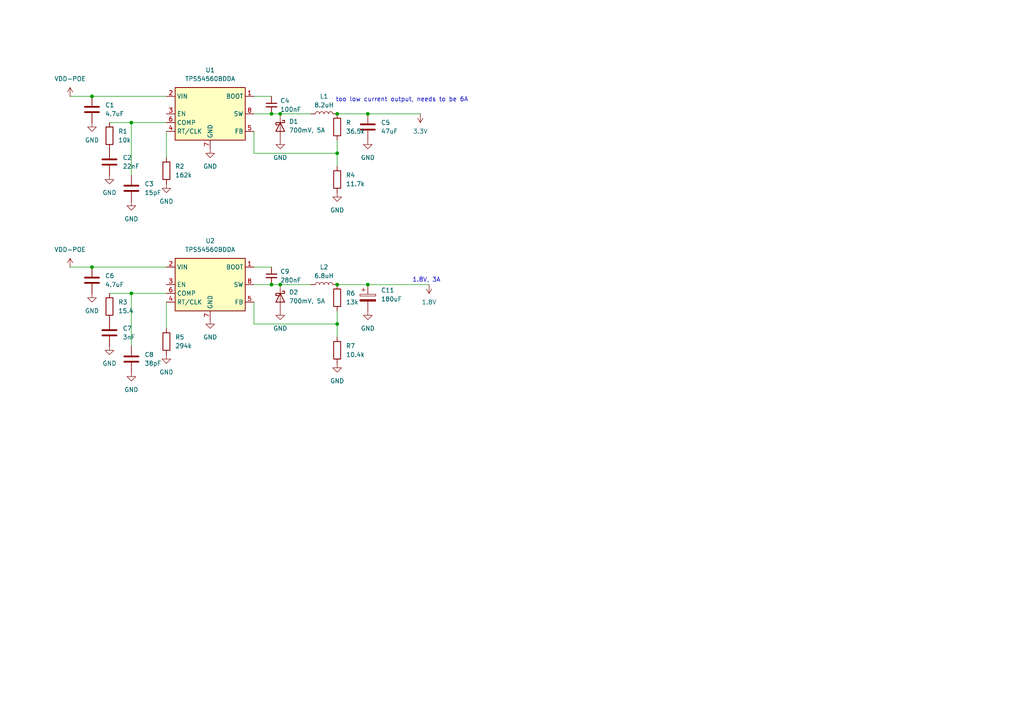
<source format=kicad_sch>
(kicad_sch (version 20250114) (generator "eeschema") (generator_version "9.0")
  (paper "A4")
  (lib_symbols
    (symbol "Device:C" (pin_numbers (hide yes)) (pin_names (offset 0.254))
      (property "Reference" "C" (at 0.635 2.54 0))
      (property "Value" "C" (at 0.635 -2.54 0))
      (symbol "C_0_1"
        (polyline (pts (xy -2.032 0.762) (xy 2.032 0.762)) (stroke (width 0.508)))
        (polyline (pts (xy -2.032 -0.762) (xy 2.032 -0.762)) (stroke (width 0.508)))
      )
      (symbol "C_1_1"
        (pin passive line (at 0 3.81 270) (length 2.794) (name "~") (number "1"))
        (pin passive line (at 0 -3.81 90) (length 2.794) (name "~") (number "2"))
      )
    )
    (symbol "Device:C_Polarized" (pin_numbers (hide yes)) (pin_names (offset 0.254))
      (property "Reference" "C" (at 0.635 2.54 0))
      (property "Value" "C_Polarized" (at 0.635 -2.54 0))
      (symbol "C_Polarized_0_1"
        (rectangle (start -2.286 0.508) (end 2.286 1.016))
        (polyline (pts (xy -1.778 2.286) (xy -0.762 2.286)))
        (polyline (pts (xy -1.27 2.794) (xy -1.27 1.778)))
        (rectangle (start 2.286 -0.508) (end -2.286 -1.016) (fill (type outline)))
      )
      (symbol "C_Polarized_1_1"
        (pin passive line (at 0 3.81 270) (length 2.794) (name "~") (number "1"))
        (pin passive line (at 0 -3.81 90) (length 2.794) (name "~") (number "2"))
      )
    )
    (symbol "Device:C_Small" (pin_numbers (hide yes)) (pin_names (offset 0.254) (hide yes))
      (property "Reference" "C" (at 0.254 1.778 0))
      (property "Value" "C_Small" (at 0.254 -2.032 0))
      (symbol "C_Small_0_1"
        (polyline (pts (xy -1.524 0.508) (xy 1.524 0.508)) (stroke (width 0.3048)))
        (polyline (pts (xy -1.524 -0.508) (xy 1.524 -0.508)) (stroke (width 0.3302)))
      )
      (symbol "C_Small_1_1"
        (pin passive line (at 0 2.54 270) (length 2.032) (name "~") (number "1"))
        (pin passive line (at 0 -2.54 90) (length 2.032) (name "~") (number "2"))
      )
    )
    (symbol "Device:D_Schottky" (pin_numbers (hide yes)) (pin_names (offset 1.016) (hide yes))
      (property "Reference" "D" (at 0 2.54 0))
      (property "Value" "D_Schottky" (at 0 -2.54 0))
      (symbol "D_Schottky_0_1"
        (polyline (pts (xy -1.905 0.635) (xy -1.905 1.27) (xy -1.27 1.27) (xy -1.27 -1.27) (xy -0.635 -1.27) (xy -0.635 -0.635)) (stroke (width 0.254)))
        (polyline (pts (xy 1.27 1.27) (xy 1.27 -1.27) (xy -1.27 0) (xy 1.27 1.27)) (stroke (width 0.254)))
        (polyline (pts (xy 1.27 0) (xy -1.27 0)))
      )
      (symbol "D_Schottky_1_1"
        (pin passive line (at -3.81 0 0) (length 2.54) (name "K") (number "1"))
        (pin passive line (at 3.81 0 180) (length 2.54) (name "A") (number "2"))
      )
    )
    (symbol "Device:L" (pin_numbers (hide yes)) (pin_names (offset 1.016) (hide yes))
      (property "Reference" "L" (at -1.27 0 90))
      (property "Value" "L" (at 1.905 0 90))
      (symbol "L_0_1"
        (arc (start 0 2.54) (mid 0.6323 1.905) (end 0 1.27))
        (arc (start 0 1.27) (mid 0.6323 0.635) (end 0 0))
        (arc (start 0 0) (mid 0.6323 -0.635) (end 0 -1.27))
        (arc (start 0 -1.27) (mid 0.6323 -1.905) (end 0 -2.54))
      )
      (symbol "L_1_1"
        (pin passive line (at 0 3.81 270) (length 1.27) (name "1") (number "1"))
        (pin passive line (at 0 -3.81 90) (length 1.27) (name "2") (number "2"))
      )
    )
    (symbol "Device:R" (pin_numbers (hide yes)) (pin_names (offset 0))
      (property "Reference" "R" (at 2.032 0 90))
      (property "Value" "R" (at 0 0 90))
      (symbol "R_0_1"
        (rectangle (start -1.016 -2.54) (end 1.016 2.54) (stroke (width 0.254)))
      )
      (symbol "R_1_1"
        (pin passive line (at 0 3.81 270) (length 1.27) (name "~") (number "1"))
        (pin passive line (at 0 -3.81 90) (length 1.27) (name "~") (number "2"))
      )
    )
    (symbol "Regulator_Switching:TPS54560BDDA"
      (property "Reference" "U" (at -6.35 8.89 0))
      (property "Value" "TPS54560BDDA" (at 10.16 8.89 0))
      (symbol "TPS54560BDDA_0_1"
        (rectangle (start -10.16 7.62) (end 10.16 -7.62) (stroke (width 0.254)) (fill (type background)))
      )
      (symbol "TPS54560BDDA_1_1"
        (pin power_in line (at -12.7 5.08 0) (length 2.54) (name "VIN") (number "2"))
        (pin input line (at -12.7 0 0) (length 2.54) (name "EN") (number "3"))
        (pin output line (at -12.7 -2.54 0) (length 2.54) (name "COMP") (number "6"))
        (pin passive line (at -12.7 -5.08 0) (length 2.54) (name "RT/CLK") (number "4"))
        (pin power_in line (at 0 -10.16 90) (length 2.54) (name "GND") (number "7"))
        (pin passive line (at 0 -10.16 90) (length 2.54) (hide yes) (name "GND") (number "9"))
        (pin passive line (at 12.7 5.08 180) (length 2.54) (name "BOOT") (number "1"))
        (pin power_out line (at 12.7 0 180) (length 2.54) (name "SW") (number "8"))
        (pin input line (at 12.7 -5.08 180) (length 2.54) (name "FB") (number "5"))
      )
    )
    (symbol "power:GND" (power) (pin_numbers (hide yes)) (pin_names (offset 0) (hide yes))
      (property "Value" "GND" (at 0 -3.81 0))
      (symbol "GND_0_1"
        (polyline (pts (xy 0 0) (xy 0 -1.27) (xy 1.27 -1.27) (xy 0 -2.54) (xy -1.27 -1.27) (xy 0 -1.27)))
      )
      (symbol "GND_1_1"
        (pin power_in line (at 0 0 270) (length 0) (name "~") (number "1"))
      )
    )
    (symbol "power:VDD" (power) (pin_numbers (hide yes)) (pin_names (offset 0) (hide yes))
      (property "Value" "VDD" (at 0 3.556 0))
      (symbol "VDD_0_1"
        (polyline (pts (xy -0.762 1.27) (xy 0 2.54)))
        (polyline (pts (xy 0 2.54) (xy 0.762 1.27)))
        (polyline (pts (xy 0 0) (xy 0 2.54)))
      )
      (symbol "VDD_1_1"
        (pin power_in line (at 0 0 90) (length 0) (name "~") (number "1"))
      )
    )
  )
  (text "too low current output, needs to be 6A" (at 116.586 28.956 0) (effects (font (size 1.27 1.27))))
  (text "1.8V, 3A\n" (at 123.698 81.28 0) (effects (font (size 1.27 1.27))))
  (junction (at 97.79 93.98))
  (junction (at 106.68 33.02))
  (junction (at 26.67 27.94))
  (junction (at 78.74 82.55))
  (junction (at 106.68 82.55))
  (junction (at 38.1 85.09))
  (junction (at 97.79 33.02))
  (junction (at 97.79 44.45))
  (junction (at 97.79 82.55))
  (junction (at 81.28 33.02))
  (junction (at 81.28 82.55))
  (junction (at 78.74 33.02))
  (junction (at 26.67 77.47))
  (junction (at 38.1 35.56))
  (wire (pts (xy 97.79 97.79) (xy 97.79 93.98)))
  (wire (pts (xy 73.66 38.1) (xy 73.66 44.45)))
  (wire (pts (xy 38.1 85.09) (xy 38.1 100.33)))
  (wire (pts (xy 97.79 48.26) (xy 97.79 44.45)))
  (wire (pts (xy 73.66 27.94) (xy 78.74 27.94)))
  (wire (pts (xy 97.79 93.98) (xy 97.79 90.17)))
  (wire (pts (xy 97.79 44.45) (xy 97.79 40.64)))
  (wire (pts (xy 73.66 93.98) (xy 97.79 93.98)))
  (wire (pts (xy 78.74 33.02) (xy 81.28 33.02)))
  (wire (pts (xy 97.79 33.02) (xy 106.68 33.02)))
  (wire (pts (xy 26.67 27.94) (xy 48.26 27.94)))
  (wire (pts (xy 38.1 85.09) (xy 48.26 85.09)))
  (wire (pts (xy 26.67 77.47) (xy 48.26 77.47)))
  (wire (pts (xy 73.66 82.55) (xy 78.74 82.55)))
  (wire (pts (xy 78.74 82.55) (xy 81.28 82.55)))
  (wire (pts (xy 81.28 33.02) (xy 90.17 33.02)))
  (wire (pts (xy 73.66 77.47) (xy 78.74 77.47)))
  (wire (pts (xy 48.26 87.63) (xy 48.26 95.25)))
  (wire (pts (xy 106.68 82.55) (xy 124.46 82.55)))
  (wire (pts (xy 20.32 27.94) (xy 26.67 27.94)))
  (wire (pts (xy 38.1 35.56) (xy 38.1 50.8)))
  (wire (pts (xy 31.75 85.09) (xy 38.1 85.09)))
  (wire (pts (xy 48.26 38.1) (xy 48.26 45.72)))
  (wire (pts (xy 73.66 33.02) (xy 78.74 33.02)))
  (wire (pts (xy 106.68 33.02) (xy 121.92 33.02)))
  (wire (pts (xy 31.75 35.56) (xy 38.1 35.56)))
  (wire (pts (xy 73.66 87.63) (xy 73.66 93.98)))
  (wire (pts (xy 20.32 77.47) (xy 26.67 77.47)))
  (wire (pts (xy 97.79 82.55) (xy 106.68 82.55)))
  (wire (pts (xy 38.1 35.56) (xy 48.26 35.56)))
  (wire (pts (xy 73.66 44.45) (xy 97.79 44.45)))
  (wire (pts (xy 81.28 82.55) (xy 90.17 82.55)))
  (symbol (lib_id "Device:C_Small") (at 78.74 80.01 0) (unit 1)
    (property "Reference" "C9" (at 81.28 78.7462 0) (effects (justify left)))
    (property "Value" "280nF" (at 81.28 81.2862 0) (effects (justify left)))
    (property "Description" "Unpolarized capacitor, small symbol" (effects (hide yes)))
  )
  (symbol (lib_id "power:VDD") (at 124.46 82.55 180) (unit 1)
    (property "Reference" "#PWR022" (effects (hide yes)))
    (property "Value" "1.8V" (at 124.46 87.63 0))
    (property "Description" "Power symbol creates a global label with name \"VDD\"" (effects (hide yes)))
  )
  (symbol (lib_id "Device:L") (at 93.98 33.02 90) (unit 1)
    (property "Reference" "L1" (at 93.98 27.94 90))
    (property "Value" "8.2uH" (at 93.98 30.48 90))
    (property "Description" "Inductor" (effects (hide yes)))
  )
  (symbol (lib_id "power:GND") (at 48.26 53.34 0) (unit 1)
    (property "Reference" "#PWR07" (effects (hide yes)))
    (property "Value" "GND" (at 48.26 58.42 0))
    (property "Description" "Power symbol creates a global label with name \"GND\" , ground" (effects (hide yes)))
  )
  (symbol (lib_id "Device:R") (at 31.75 39.37 0) (unit 1)
    (property "Reference" "R1" (at 34.29 38.0999 0) (effects (justify left)))
    (property "Value" "10k" (at 34.29 40.6399 0) (effects (justify left)))
    (property "Description" "Resistor" (effects (hide yes)))
  )
  (symbol (lib_id "power:GND") (at 60.96 43.18 0) (unit 1)
    (property "Reference" "#PWR08" (effects (hide yes)))
    (property "Value" "GND" (at 60.96 48.26 0))
    (property "Description" "Power symbol creates a global label with name \"GND\" , ground" (effects (hide yes)))
  )
  (symbol (lib_id "power:GND") (at 106.68 90.17 0) (unit 1)
    (property "Reference" "#PWR023" (effects (hide yes)))
    (property "Value" "GND" (at 106.68 95.25 0))
    (property "Description" "Power symbol creates a global label with name \"GND\" , ground" (effects (hide yes)))
  )
  (symbol (lib_id "power:GND") (at 81.28 40.64 0) (unit 1)
    (property "Reference" "#PWR012" (effects (hide yes)))
    (property "Value" "GND" (at 81.28 45.72 0))
    (property "Description" "Power symbol creates a global label with name \"GND\" , ground" (effects (hide yes)))
  )
  (symbol (lib_id "Device:R") (at 48.26 49.53 0) (unit 1)
    (property "Reference" "R2" (at 50.8 48.2599 0) (effects (justify left)))
    (property "Value" "162k" (at 50.8 50.7999 0) (effects (justify left)))
    (property "Description" "Resistor" (effects (hide yes)))
  )
  (symbol (lib_id "Regulator_Switching:TPS54560BDDA") (at 60.96 33.02 0) (unit 1)
    (property "Reference" "U1" (at 60.96 20.32 0))
    (property "Value" "TPS54560BDDA" (at 60.96 22.86 0))
    (property "Footprint" "Package_SO:Texas_R-PDSO-G8_EP2.95x4.9mm_Mask2.4x3.1mm_ThermalVias" (effects (hide yes)))
    (property "Datasheet" "https://www.ti.com/lit/ds/symlink/tps54560b.pdf" (effects (hide yes)))
    (property "Description" "5A, Step Down DC-DC Converter, 4.5-60V Input Voltage, Texas R-PDSO-G8" (effects (hide yes)))
  )
  (symbol (lib_id "power:GND") (at 60.96 92.71 0) (unit 1)
    (property "Reference" "#PWR018" (effects (hide yes)))
    (property "Value" "GND" (at 60.96 97.79 0))
    (property "Description" "Power symbol creates a global label with name \"GND\" , ground" (effects (hide yes)))
  )
  (symbol (lib_id "Regulator_Switching:TPS54560BDDA") (at 60.96 82.55 0) (unit 1)
    (property "Reference" "U2" (at 60.96 69.85 0))
    (property "Value" "TPS54560BDDA" (at 60.96 72.39 0))
    (property "Footprint" "Package_SO:Texas_R-PDSO-G8_EP2.95x4.9mm_Mask2.4x3.1mm_ThermalVias" (effects (hide yes)))
    (property "Datasheet" "https://www.ti.com/lit/ds/symlink/tps54560b.pdf" (effects (hide yes)))
    (property "Description" "5A, Step Down DC-DC Converter, 4.5-60V Input Voltage, Texas R-PDSO-G8" (effects (hide yes)))
  )
  (symbol (lib_id "power:GND") (at 81.28 90.17 0) (unit 1)
    (property "Reference" "#PWR019" (effects (hide yes)))
    (property "Value" "GND" (at 81.28 95.25 0))
    (property "Description" "Power symbol creates a global label with name \"GND\" , ground" (effects (hide yes)))
  )
  (symbol (lib_id "Device:C") (at 31.75 46.99 0) (unit 1)
    (property "Reference" "C2" (at 35.56 45.7199 0) (effects (justify left)))
    (property "Value" "22nF" (at 35.56 48.2599 0) (effects (justify left)))
    (property "Description" "Unpolarized capacitor" (effects (hide yes)))
  )
  (symbol (lib_id "Device:C") (at 38.1 54.61 0) (unit 1)
    (property "Reference" "C3" (at 41.91 53.3399 0) (effects (justify left)))
    (property "Value" "15pF" (at 41.91 55.8799 0) (effects (justify left)))
    (property "Description" "Unpolarized capacitor" (effects (hide yes)))
  )
  (symbol (lib_id "Device:R") (at 97.79 36.83 0) (unit 1)
    (property "Reference" "R" (at 100.33 35.5599 0) (effects (justify left)))
    (property "Value" "36.5k" (at 100.33 38.0999 0) (effects (justify left)))
    (property "Description" "Resistor" (effects (hide yes)))
  )
  (symbol (lib_id "Device:R") (at 97.79 86.36 0) (unit 1)
    (property "Reference" "R6" (at 100.33 85.0899 0) (effects (justify left)))
    (property "Value" "13k" (at 100.33 87.6299 0) (effects (justify left)))
    (property "Description" "Resistor" (effects (hide yes)))
  )
  (symbol (lib_id "power:GND") (at 97.79 55.88 0) (unit 1)
    (property "Reference" "#PWR09" (effects (hide yes)))
    (property "Value" "GND" (at 97.79 60.96 0))
    (property "Description" "Power symbol creates a global label with name \"GND\" , ground" (effects (hide yes)))
  )
  (symbol (lib_id "power:VDD") (at 20.32 77.47 0) (unit 1)
    (property "Reference" "#PWR013" (effects (hide yes)))
    (property "Value" "VDD-POE" (at 20.32 72.39 0))
    (property "Description" "Power symbol creates a global label with name \"VDD\"" (effects (hide yes)))
  )
  (symbol (lib_id "Device:C") (at 38.1 104.14 0) (unit 1)
    (property "Reference" "C8" (at 41.91 102.8699 0) (effects (justify left)))
    (property "Value" "38pF" (at 41.91 105.4099 0) (effects (justify left)))
    (property "Description" "Unpolarized capacitor" (effects (hide yes)))
  )
  (symbol (lib_id "power:GND") (at 38.1 107.95 0) (unit 1)
    (property "Reference" "#PWR016" (effects (hide yes)))
    (property "Value" "GND" (at 38.1 113.03 0))
    (property "Description" "Power symbol creates a global label with name \"GND\" , ground" (effects (hide yes)))
  )
  (symbol (lib_id "power:GND") (at 97.79 105.41 0) (unit 1)
    (property "Reference" "#PWR020" (effects (hide yes)))
    (property "Value" "GND" (at 97.79 110.49 0))
    (property "Description" "Power symbol creates a global label with name \"GND\" , ground" (effects (hide yes)))
  )
  (symbol (lib_id "Device:C") (at 106.68 36.83 0) (unit 1)
    (property "Reference" "C5" (at 110.49 35.5599 0) (effects (justify left)))
    (property "Value" "47uF" (at 110.49 38.0999 0) (effects (justify left)))
    (property "Description" "Unpolarized capacitor" (effects (hide yes)))
  )
  (symbol (lib_id "Device:R") (at 97.79 101.6 0) (unit 1)
    (property "Reference" "R7" (at 100.33 100.3299 0) (effects (justify left)))
    (property "Value" "10.4k" (at 100.33 102.8699 0) (effects (justify left)))
    (property "Description" "Resistor" (effects (hide yes)))
  )
  (symbol (lib_id "Device:C_Small") (at 78.74 30.48 0) (unit 1)
    (property "Reference" "C4" (at 81.28 29.2162 0) (effects (justify left)))
    (property "Value" "100nF" (at 81.28 31.7562 0) (effects (justify left)))
    (property "Description" "Unpolarized capacitor, small symbol" (effects (hide yes)))
  )
  (symbol (lib_id "Device:D_Schottky") (at 81.28 36.83 270) (unit 1)
    (property "Reference" "D1" (at 83.82 35.2424 90) (effects (justify left)))
    (property "Value" "700mV, 5A" (at 83.82 37.7824 90) (effects (justify left)))
    (property "Description" "Schottky diode" (effects (hide yes)))
  )
  (symbol (lib_id "Device:R") (at 48.26 99.06 0) (unit 1)
    (property "Reference" "R5" (at 50.8 97.7899 0) (effects (justify left)))
    (property "Value" "294k" (at 50.8 100.3299 0) (effects (justify left)))
    (property "Description" "Resistor" (effects (hide yes)))
  )
  (symbol (lib_id "power:GND") (at 31.75 50.8 0) (unit 1)
    (property "Reference" "#PWR05" (effects (hide yes)))
    (property "Value" "GND" (at 31.75 55.88 0))
    (property "Description" "Power symbol creates a global label with name \"GND\" , ground" (effects (hide yes)))
  )
  (symbol (lib_id "Device:L") (at 93.98 82.55 90) (unit 1)
    (property "Reference" "L2" (at 93.98 77.47 90))
    (property "Value" "6.8uH" (at 93.98 80.01 90))
    (property "Description" "Inductor" (effects (hide yes)))
  )
  (symbol (lib_id "power:GND") (at 26.67 35.56 0) (unit 1)
    (property "Reference" "#PWR04" (effects (hide yes)))
    (property "Value" "GND" (at 26.67 40.64 0))
    (property "Description" "Power symbol creates a global label with name \"GND\" , ground" (effects (hide yes)))
  )
  (symbol (lib_id "Device:C") (at 26.67 81.28 0) (unit 1)
    (property "Reference" "C6" (at 30.48 80.0099 0) (effects (justify left)))
    (property "Value" "4.7uF" (at 30.48 82.5499 0) (effects (justify left)))
    (property "Description" "Unpolarized capacitor" (effects (hide yes)))
  )
  (symbol (lib_id "power:VDD") (at 20.32 27.94 0) (unit 1)
    (property "Reference" "#PWR03" (effects (hide yes)))
    (property "Value" "VDD-POE" (at 20.32 22.86 0))
    (property "Description" "Power symbol creates a global label with name \"VDD\"" (effects (hide yes)))
  )
  (symbol (lib_id "Device:C_Polarized") (at 106.68 86.36 0) (unit 1)
    (property "Reference" "C11" (at 110.49 84.2009 0) (effects (justify left)))
    (property "Value" "180uF" (at 110.49 86.7409 0) (effects (justify left)))
    (property "Description" "Polarized capacitor" (effects (hide yes)))
  )
  (symbol (lib_id "Device:R") (at 31.75 88.9 0) (unit 1)
    (property "Reference" "R3" (at 34.29 87.6299 0) (effects (justify left)))
    (property "Value" "15.4" (at 34.29 90.1699 0) (effects (justify left)))
    (property "Description" "Resistor" (effects (hide yes)))
  )
  (symbol (lib_id "Device:C") (at 31.75 96.52 0) (unit 1)
    (property "Reference" "C7" (at 35.56 95.2499 0) (effects (justify left)))
    (property "Value" "3nF" (at 35.56 97.7899 0) (effects (justify left)))
    (property "Description" "Unpolarized capacitor" (effects (hide yes)))
  )
  (symbol (lib_id "Device:C") (at 26.67 31.75 0) (unit 1)
    (property "Reference" "C1" (at 30.48 30.4799 0) (effects (justify left)))
    (property "Value" "4.7uF" (at 30.48 33.0199 0) (effects (justify left)))
    (property "Description" "Unpolarized capacitor" (effects (hide yes)))
  )
  (symbol (lib_id "Device:D_Schottky") (at 81.28 86.36 270) (unit 1)
    (property "Reference" "D2" (at 83.82 84.7724 90) (effects (justify left)))
    (property "Value" "700mV, 5A" (at 83.82 87.3124 90) (effects (justify left)))
    (property "Description" "Schottky diode" (effects (hide yes)))
  )
  (symbol (lib_id "power:VDD") (at 121.92 33.02 180) (unit 1)
    (property "Reference" "#PWR011" (effects (hide yes)))
    (property "Value" "3.3V" (at 121.92 38.1 0))
    (property "Description" "Power symbol creates a global label with name \"VDD\"" (effects (hide yes)))
  )
  (symbol (lib_id "power:GND") (at 106.68 40.64 0) (unit 1)
    (property "Reference" "#PWR010" (effects (hide yes)))
    (property "Value" "GND" (at 106.68 45.72 0))
    (property "Description" "Power symbol creates a global label with name \"GND\" , ground" (effects (hide yes)))
  )
  (symbol (lib_id "power:GND") (at 48.26 102.87 0) (unit 1)
    (property "Reference" "#PWR017" (effects (hide yes)))
    (property "Value" "GND" (at 48.26 107.95 0))
    (property "Description" "Power symbol creates a global label with name \"GND\" , ground" (effects (hide yes)))
  )
  (symbol (lib_id "power:GND") (at 38.1 58.42 0) (unit 1)
    (property "Reference" "#PWR06" (effects (hide yes)))
    (property "Value" "GND" (at 38.1 63.5 0))
    (property "Description" "Power symbol creates a global label with name \"GND\" , ground" (effects (hide yes)))
  )
  (symbol (lib_id "power:GND") (at 26.67 85.09 0) (unit 1)
    (property "Reference" "#PWR014" (effects (hide yes)))
    (property "Value" "GND" (at 26.67 90.17 0))
    (property "Description" "Power symbol creates a global label with name \"GND\" , ground" (effects (hide yes)))
  )
  (symbol (lib_id "power:GND") (at 31.75 100.33 0) (unit 1)
    (property "Reference" "#PWR015" (effects (hide yes)))
    (property "Value" "GND" (at 31.75 105.41 0))
    (property "Description" "Power symbol creates a global label with name \"GND\" , ground" (effects (hide yes)))
  )
  (symbol (lib_id "Device:R") (at 97.79 52.07 0) (unit 1)
    (property "Reference" "R4" (at 100.33 50.7999 0) (effects (justify left)))
    (property "Value" "11.7k" (at 100.33 53.3399 0) (effects (justify left)))
    (property "Description" "Resistor" (effects (hide yes)))
  )
)
</source>
